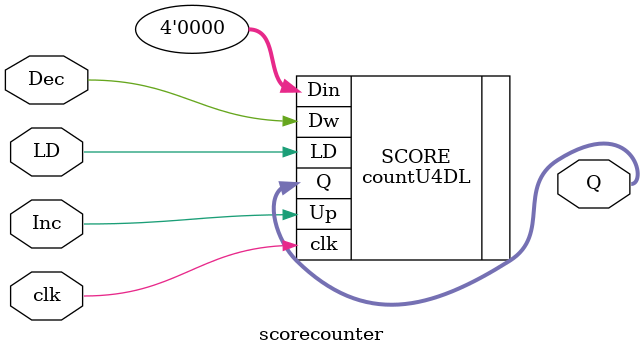
<source format=v>
`timescale 1ns / 1ps


module scorecounter(
    input Inc,
    input Dec,
    input LD,
    input clk,
    output [3:0] Q
    );
    countU4DL SCORE (.Up(Inc), .Dw(Dec), .clk(clk), .LD(LD), .Q(Q), .Din(4'b0000));
endmodule

</source>
